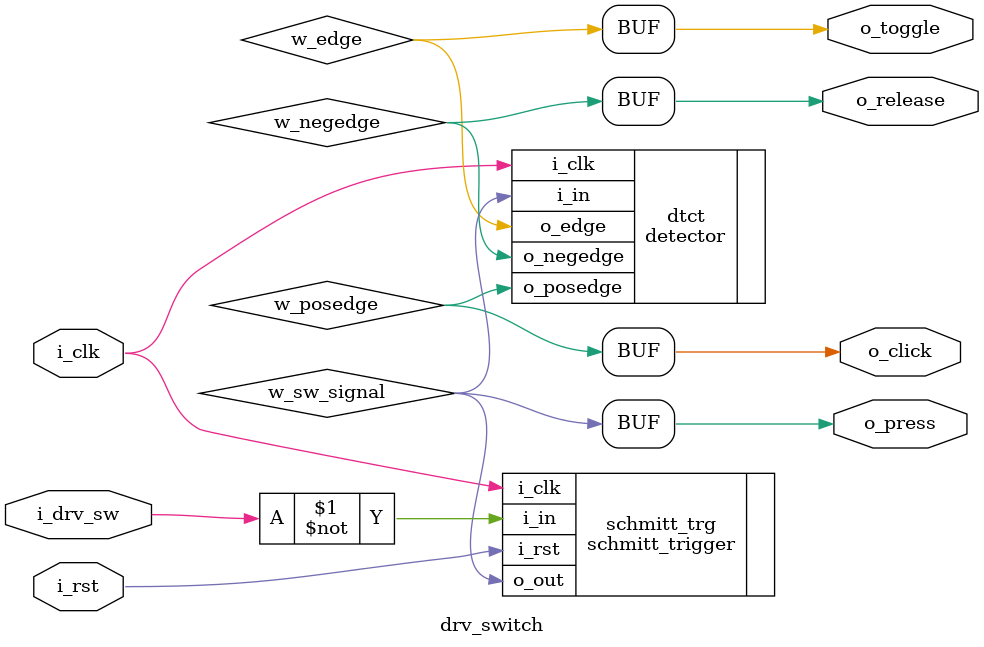
<source format=sv>
`timescale 1ns / 1ps

module drv_switch # (
    parameter p_FILTER = 5
    )(
    i_drv_sw,
    i_clk,
    i_rst,
    o_press,
    o_click,
    o_release,
    o_toggle   
    );
    
    input       i_drv_sw;
    
    input       i_clk;
    input       i_rst;
    output      o_press;
    output      o_click;
    output      o_release;
    output      o_toggle; 

    wire w_sw_signal;
    /// Триггер Шмитта
    schmitt_trigger # (
        .p_FILTER 	(p_FILTER)
    )
    schmitt_trg (
        .i_clk      (i_clk),
        .i_rst      (i_rst),
        .i_in       (~ i_drv_sw),
        .o_out      (w_sw_signal)
    );
    
    wire w_posedge;
    wire w_negedge;
    wire w_edge;
    /// Детектор переднего/заднего фронта и изменения сигнала
    detector dtct (
        .i_clk      (i_clk),
        .i_in       (w_sw_signal),
        .o_posedge  (w_posedge),
        .o_negedge  (w_negedge),
        .o_edge     (w_edge),
    );
    
    assign o_press      = w_sw_signal;
    assign o_click      = w_posedge;
    assign o_release    = w_negedge;
    assign o_toggle     = w_edge;
endmodule

</source>
